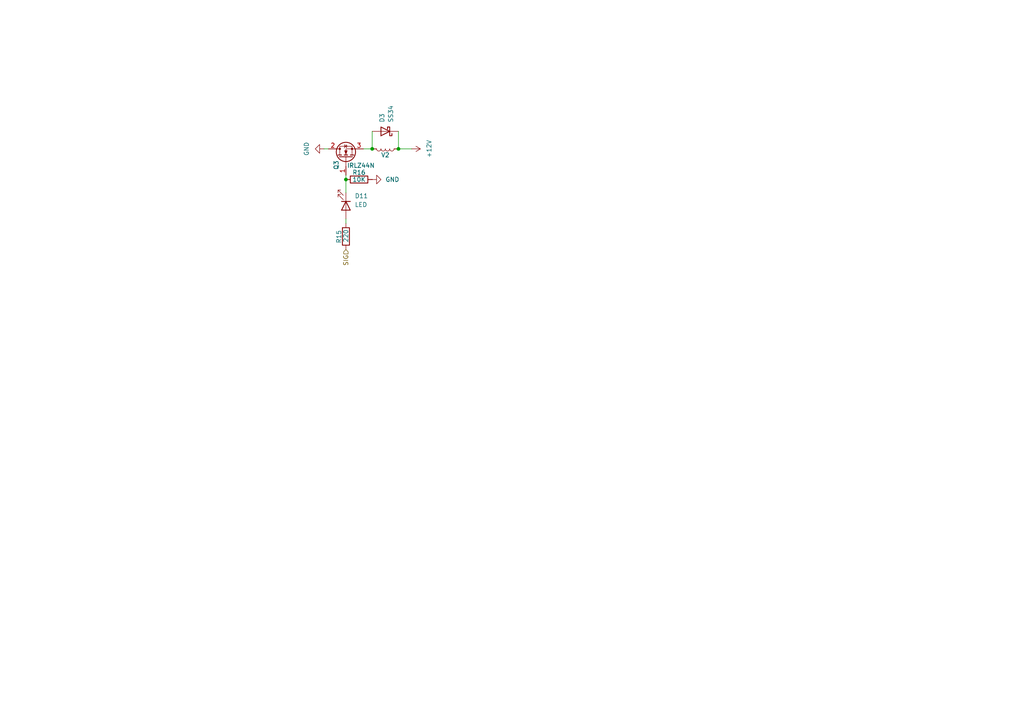
<source format=kicad_sch>
(kicad_sch (version 20250114) (generator "eeschema") (generator_version "9.0")
  (paper "A4")
  (lib_symbols
    (symbol "Device:L" (pin_numbers (hide yes)) (pin_names (offset 1.016) (hide yes))
      (property "Reference" "L" (at -1.27 0 90))
      (property "Value" "L" (at 1.905 0 90))
      (symbol "L_0_1"
        (arc (start 0 2.54) (mid 0.6323 1.905) (end 0 1.27))
        (arc (start 0 1.27) (mid 0.6323 0.635) (end 0 0))
        (arc (start 0 0) (mid 0.6323 -0.635) (end 0 -1.27))
        (arc (start 0 -1.27) (mid 0.6323 -1.905) (end 0 -2.54))
      )
      (symbol "L_1_1"
        (pin passive line (at 0 3.81 270) (length 1.27) (name "1") (number "1"))
        (pin passive line (at 0 -3.81 90) (length 1.27) (name "2") (number "2"))
      )
    )
    (symbol "Device:LED" (pin_numbers (hide yes)) (pin_names (offset 1.016) (hide yes))
      (property "Reference" "D" (at 0 2.54 0))
      (property "Value" "LED" (at 0 -2.54 0))
      (symbol "LED_0_1"
        (polyline (pts (xy -3.048 -0.762) (xy -4.572 -2.286) (xy -3.81 -2.286) (xy -4.572 -2.286) (xy -4.572 -1.524)))
        (polyline (pts (xy -1.778 -0.762) (xy -3.302 -2.286) (xy -2.54 -2.286) (xy -3.302 -2.286) (xy -3.302 -1.524)))
        (polyline (pts (xy -1.27 0) (xy 1.27 0)))
        (polyline (pts (xy -1.27 -1.27) (xy -1.27 1.27)) (stroke (width 0.254)))
        (polyline (pts (xy 1.27 -1.27) (xy 1.27 1.27) (xy -1.27 0) (xy 1.27 -1.27)) (stroke (width 0.254)))
      )
      (symbol "LED_1_1"
        (pin passive line (at -3.81 0 0) (length 2.54) (name "K") (number "1"))
        (pin passive line (at 3.81 0 180) (length 2.54) (name "A") (number "2"))
      )
    )
    (symbol "Device:R" (pin_numbers (hide yes)) (pin_names (offset 0))
      (property "Reference" "R" (at 2.032 0 90))
      (property "Value" "R" (at 0 0 90))
      (symbol "R_0_1"
        (rectangle (start -1.016 -2.54) (end 1.016 2.54) (stroke (width 0.254)))
      )
      (symbol "R_1_1"
        (pin passive line (at 0 3.81 270) (length 1.27) (name "~") (number "1"))
        (pin passive line (at 0 -3.81 90) (length 1.27) (name "~") (number "2"))
      )
    )
    (symbol "Diode:SS34" (pin_numbers (hide yes)) (pin_names (offset 1.016) (hide yes))
      (property "Reference" "D" (at 0 2.54 0))
      (property "Value" "SS34" (at 0 -2.54 0))
      (symbol "SS34_0_1"
        (polyline (pts (xy -1.905 0.635) (xy -1.905 1.27) (xy -1.27 1.27) (xy -1.27 -1.27) (xy -0.635 -1.27) (xy -0.635 -0.635)) (stroke (width 0.254)))
        (polyline (pts (xy 1.27 1.27) (xy 1.27 -1.27) (xy -1.27 0) (xy 1.27 1.27)) (stroke (width 0.254)))
        (polyline (pts (xy 1.27 0) (xy -1.27 0)))
      )
      (symbol "SS34_1_1"
        (pin passive line (at -3.81 0 0) (length 2.54) (name "K") (number "1"))
        (pin passive line (at 3.81 0 180) (length 2.54) (name "A") (number "2"))
      )
    )
    (symbol "Transistor_FET:IRLZ44N" (pin_names (hide yes))
      (property "Reference" "Q" (at 5.08 1.905 0))
      (property "Value" "IRLZ44N" (at 5.08 0 0))
      (symbol "IRLZ44N_0_1"
        (polyline (pts (xy 0.254 1.905) (xy 0.254 -1.905)) (stroke (width 0.254)))
        (polyline (pts (xy 0.254 0) (xy -2.54 0)))
        (polyline (pts (xy 0.762 2.286) (xy 0.762 1.27)) (stroke (width 0.254)))
        (polyline (pts (xy 0.762 0.508) (xy 0.762 -0.508)) (stroke (width 0.254)))
        (polyline (pts (xy 0.762 -1.27) (xy 0.762 -2.286)) (stroke (width 0.254)))
        (polyline (pts (xy 0.762 -1.778) (xy 3.302 -1.778) (xy 3.302 1.778) (xy 0.762 1.778)))
        (polyline (pts (xy 1.016 0) (xy 2.032 0.381) (xy 2.032 -0.381) (xy 1.016 0)) (fill (type outline)))
        (circle (center 1.651 0) (radius 2.794) (stroke (width 0.254)))
        (polyline (pts (xy 2.54 2.54) (xy 2.54 1.778)))
        (circle (center 2.54 1.778) (radius 0.254) (fill (type outline)))
        (circle (center 2.54 -1.778) (radius 0.254) (fill (type outline)))
        (polyline (pts (xy 2.54 -2.54) (xy 2.54 0) (xy 0.762 0)))
        (polyline (pts (xy 2.794 0.508) (xy 2.921 0.381) (xy 3.683 0.381) (xy 3.81 0.254)))
        (polyline (pts (xy 3.302 0.381) (xy 2.921 -0.254) (xy 3.683 -0.254) (xy 3.302 0.381)))
      )
      (symbol "IRLZ44N_1_1"
        (pin input line (at -5.08 0 0) (length 2.54) (name "G") (number "1"))
        (pin passive line (at 2.54 5.08 270) (length 2.54) (name "D") (number "2"))
        (pin passive line (at 2.54 -5.08 90) (length 2.54) (name "S") (number "3"))
      )
    )
    (symbol "power:+12V" (power) (pin_numbers (hide yes)) (pin_names (offset 0) (hide yes))
      (property "Value" "+12V" (at 0 3.556 0))
      (symbol "+12V_0_1"
        (polyline (pts (xy -0.762 1.27) (xy 0 2.54)))
        (polyline (pts (xy 0 2.54) (xy 0.762 1.27)))
        (polyline (pts (xy 0 0) (xy 0 2.54)))
      )
      (symbol "+12V_1_1"
        (pin power_in line (at 0 0 90) (length 0) (name "~") (number "1"))
      )
    )
    (symbol "power:GND" (power) (pin_numbers (hide yes)) (pin_names (offset 0) (hide yes))
      (property "Value" "GND" (at 0 -3.81 0))
      (symbol "GND_0_1"
        (polyline (pts (xy 0 0) (xy 0 -1.27) (xy 1.27 -1.27) (xy 0 -2.54) (xy -1.27 -1.27) (xy 0 -1.27)))
      )
      (symbol "GND_1_1"
        (pin power_in line (at 0 0 270) (length 0) (name "~") (number "1"))
      )
    )
  )
  (junction (at 100.33 52.07))
  (junction (at 115.57 43.18))
  (junction (at 107.95 43.18))
  (wire (pts (xy 115.57 38.1) (xy 115.57 43.18)))
  (wire (pts (xy 100.33 64.77) (xy 100.33 63.5)))
  (wire (pts (xy 100.33 55.88) (xy 100.33 52.07)))
  (wire (pts (xy 115.57 43.18) (xy 119.38 43.18)))
  (wire (pts (xy 107.95 38.1) (xy 107.95 43.18)))
  (wire (pts (xy 105.41 43.18) (xy 107.95 43.18)))
  (wire (pts (xy 100.33 52.07) (xy 100.33 50.8)))
  (wire (pts (xy 93.98 43.18) (xy 95.25 43.18)))
  (hierarchical_label "SIG" (shape input) (at 100.33 72.39 270))
  (symbol (lib_id "power:GND") (at 93.98 43.18 270) (unit 1)
    (property "Reference" "#PWR092" (effects (hide yes)))
    (property "Value" "GND" (at 88.9 43.18 0))
    (property "Description" "Power symbol creates a global label with name \"GND\" , ground" (effects (hide yes)))
    (instances (project "RPU1.1-Controller" (path "" (reference "#PWR078") (unit 1)) (path "" (reference "#PWR092") (unit 1)) (path "" (reference "#PWR081") (unit 1)) (path "" (reference "#PWR075") (unit 1)) (path "" (reference "#PWR084") (unit 1))))
  )
  (symbol (lib_id "power:GND") (at 107.95 52.07 90) (unit 1)
    (property "Reference" "#PWR093" (effects (hide yes)))
    (property "Value" "GND" (at 111.76 52.0699 90) (effects (justify right)))
    (property "Description" "Power symbol creates a global label with name \"GND\" , ground" (effects (hide yes)))
    (instances (project "RPU1.1-Controller" (path "" (reference "#PWR079") (unit 1)) (path "" (reference "#PWR093") (unit 1)) (path "" (reference "#PWR082") (unit 1)) (path "" (reference "#PWR076") (unit 1)) (path "" (reference "#PWR085") (unit 1))))
  )
  (symbol (lib_id "Device:R") (at 100.33 68.58 0) (unit 1)
    (property "Reference" "R23" (at 98.298 70.612 90) (effects (justify left)))
    (property "Value" "220" (at 100.33 70.358 90) (effects (justify left)))
    (property "Footprint" "Resistor_SMD:R_0603_1608Metric_Pad0.98x0.95mm_HandSolder" (effects (hide yes)))
    (property "Description" "Resistor" (effects (hide yes)))
    (instances (project "RPU1.1-Controller" (path "" (reference "R15") (unit 1)) (path "" (reference "R23") (unit 1)) (path "" (reference "R17") (unit 1)) (path "" (reference "R13") (unit 1)) (path "" (reference "R19") (unit 1))))
  )
  (symbol (lib_id "power:+12V") (at 119.38 43.18 270) (unit 1)
    (property "Reference" "#PWR094" (effects (hide yes)))
    (property "Value" "+12V" (at 124.46 43.18 0))
    (property "Description" "Power symbol creates a global label with name \"+12V\"" (effects (hide yes)))
    (instances (project "RPU1.1-Controller" (path "" (reference "#PWR080") (unit 1)) (path "" (reference "#PWR094") (unit 1)) (path "" (reference "#PWR083") (unit 1)) (path "" (reference "#PWR077") (unit 1)) (path "" (reference "#PWR086") (unit 1))))
  )
  (symbol (lib_id "Device:L") (at 111.76 43.18 270) (unit 1)
    (property "Reference" "V0" (at 111.76 44.958 90))
    (property "Value" "L" (effects (hide yes)))
    (property "Footprint" "TerminalBlock:TerminalBlock_bornier-2_P5.08mm" (effects (hide yes)))
    (property "Description" "Inductor" (effects (hide yes)))
    (instances (project "RPU1.1-Controller" (path "" (reference "V2") (unit 1)) (path "" (reference "V0") (unit 1)) (path "" (reference "V3") (unit 1)) (path "" (reference "V1") (unit 1)) (path "" (reference "V4") (unit 1))))
  )
  (symbol (lib_id "Device:R") (at 104.14 52.07 90) (unit 1)
    (property "Reference" "R24" (at 104.14 50.038 90))
    (property "Value" "10K" (at 104.14 52.07 90))
    (property "Footprint" "Resistor_SMD:R_0603_1608Metric_Pad0.98x0.95mm_HandSolder" (effects (hide yes)))
    (property "Description" "Resistor" (effects (hide yes)))
    (instances (project "RPU1.1-Controller" (path "" (reference "R16") (unit 1)) (path "" (reference "R24") (unit 1)) (path "" (reference "R18") (unit 1)) (path "" (reference "R14") (unit 1)) (path "" (reference "R20") (unit 1))))
  )
  (symbol (lib_id "Transistor_FET:IRLZ44N") (at 100.33 45.72 90) (unit 1)
    (property "Reference" "Q7" (at 97.536 49.276 0) (effects (justify left)))
    (property "Value" "IRLZ44N" (at 108.712 48.006 90) (effects (justify left)))
    (property "Footprint" "Package_TO_SOT_THT:TO-220-3_Vertical" (effects (hide yes)))
    (property "Datasheet" "http://www.irf.com/product-info/datasheets/data/irlz44n.pdf" (effects (hide yes)))
    (property "Description" "47A Id, 55V Vds, 22mOhm Rds Single N-Channel HEXFET Power MOSFET, TO-220AB" (effects (hide yes)))
    (instances (project "RPU1.1-Controller" (path "" (reference "Q3") (unit 1)) (path "" (reference "Q7") (unit 1)) (path "" (reference "Q4") (unit 1)) (path "" (reference "Q2") (unit 1)) (path "" (reference "Q5") (unit 1))))
  )
  (symbol (lib_id "Device:LED") (at 100.33 59.69 270) (unit 1)
    (property "Reference" "D10" (at 102.87 56.8324 90) (effects (justify left)))
    (property "Value" "LED" (at 102.87 59.3724 90) (effects (justify left)))
    (property "Footprint" "LED_THT:LED_D5.0mm" (effects (hide yes)))
    (property "Description" "Light emitting diode" (effects (hide yes)))
    (property "Sim.Pins" "1=K 2=A" (effects (hide yes)))
    (instances (project "" (path "" (reference "D11") (unit 1)) (path "" (reference "D10") (unit 1)) (path "" (reference "D13") (unit 1)) (path "" (reference "D12") (unit 1)) (path "" (reference "D14") (unit 1))))
  )
  (symbol (lib_id "Diode:SS34") (at 111.76 38.1 180) (unit 1)
    (property "Reference" "D7" (at 110.8074 35.56 90) (effects (justify right)))
    (property "Value" "SS34" (at 113.3474 35.56 90) (effects (justify right)))
    (property "Footprint" "Diode_SMD:D_SMA" (effects (hide yes)))
    (property "Datasheet" "https://www.vishay.com/docs/88751/ss32.pdf" (effects (hide yes)))
    (property "Description" "40V 3A Schottky Diode, SMA" (effects (hide yes)))
    (instances (project "RPU1.1-Controller" (path "" (reference "D3") (unit 1)) (path "" (reference "D7") (unit 1)) (path "" (reference "D4") (unit 1)) (path "" (reference "D2") (unit 1)) (path "" (reference "D5") (unit 1))))
  )
)
</source>
